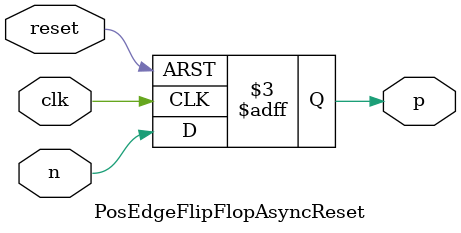
<source format=v>
`define ALL_ZEROS(BITS) {BITS{1'b0}}

module PosEdgeFlipFlopAsyncReset(input clk, input reset, input [BITS-1:0] n, output reg [BITS-1:0] p);
parameter BITS = 1;

always @ (posedge clk, negedge reset)
begin
    if (reset == 1'b0) p <= `ALL_ZEROS(BITS);
    else p <= n;
end

endmodule


</source>
